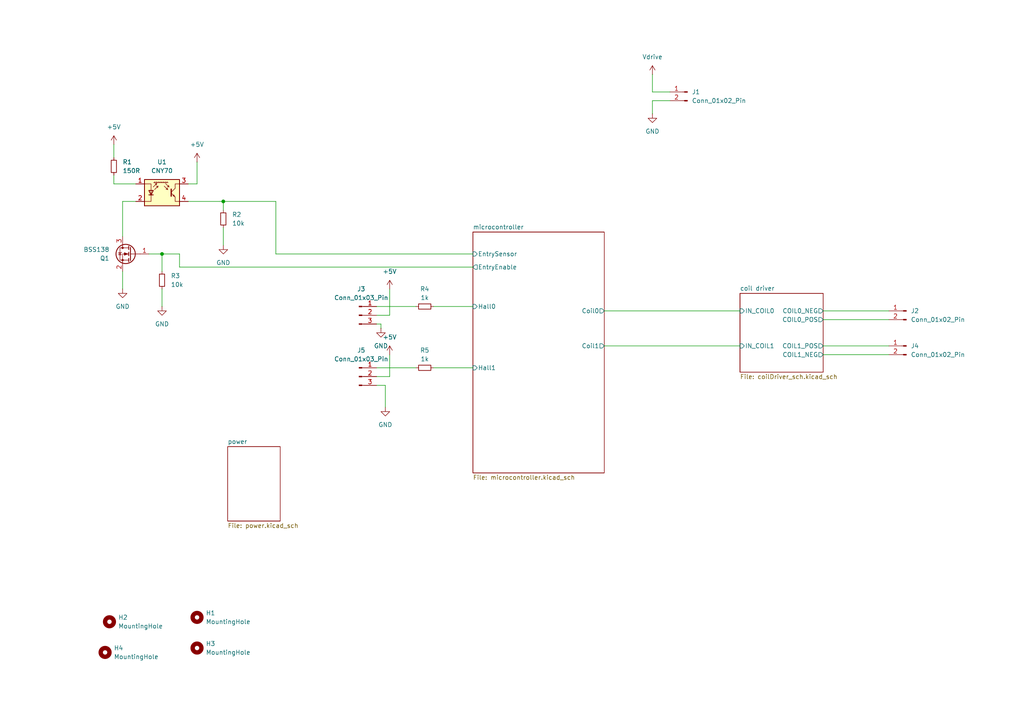
<source format=kicad_sch>
(kicad_sch
	(version 20250114)
	(generator "eeschema")
	(generator_version "9.0")
	(uuid "338fb3bb-e550-4c92-aa76-5d93a75fae71")
	(paper "A4")
	(lib_symbols
		(symbol "Connector:Conn_01x02_Pin"
			(pin_names
				(offset 1.016)
				(hide yes)
			)
			(exclude_from_sim no)
			(in_bom yes)
			(on_board yes)
			(property "Reference" "J"
				(at 0 2.54 0)
				(effects
					(font
						(size 1.27 1.27)
					)
				)
			)
			(property "Value" "Conn_01x02_Pin"
				(at 0 -5.08 0)
				(effects
					(font
						(size 1.27 1.27)
					)
				)
			)
			(property "Footprint" ""
				(at 0 0 0)
				(effects
					(font
						(size 1.27 1.27)
					)
					(hide yes)
				)
			)
			(property "Datasheet" "~"
				(at 0 0 0)
				(effects
					(font
						(size 1.27 1.27)
					)
					(hide yes)
				)
			)
			(property "Description" "Generic connector, single row, 01x02, script generated"
				(at 0 0 0)
				(effects
					(font
						(size 1.27 1.27)
					)
					(hide yes)
				)
			)
			(property "ki_locked" ""
				(at 0 0 0)
				(effects
					(font
						(size 1.27 1.27)
					)
				)
			)
			(property "ki_keywords" "connector"
				(at 0 0 0)
				(effects
					(font
						(size 1.27 1.27)
					)
					(hide yes)
				)
			)
			(property "ki_fp_filters" "Connector*:*_1x??_*"
				(at 0 0 0)
				(effects
					(font
						(size 1.27 1.27)
					)
					(hide yes)
				)
			)
			(symbol "Conn_01x02_Pin_1_1"
				(rectangle
					(start 0.8636 0.127)
					(end 0 -0.127)
					(stroke
						(width 0.1524)
						(type default)
					)
					(fill
						(type outline)
					)
				)
				(rectangle
					(start 0.8636 -2.413)
					(end 0 -2.667)
					(stroke
						(width 0.1524)
						(type default)
					)
					(fill
						(type outline)
					)
				)
				(polyline
					(pts
						(xy 1.27 0) (xy 0.8636 0)
					)
					(stroke
						(width 0.1524)
						(type default)
					)
					(fill
						(type none)
					)
				)
				(polyline
					(pts
						(xy 1.27 -2.54) (xy 0.8636 -2.54)
					)
					(stroke
						(width 0.1524)
						(type default)
					)
					(fill
						(type none)
					)
				)
				(pin passive line
					(at 5.08 0 180)
					(length 3.81)
					(name "Pin_1"
						(effects
							(font
								(size 1.27 1.27)
							)
						)
					)
					(number "1"
						(effects
							(font
								(size 1.27 1.27)
							)
						)
					)
				)
				(pin passive line
					(at 5.08 -2.54 180)
					(length 3.81)
					(name "Pin_2"
						(effects
							(font
								(size 1.27 1.27)
							)
						)
					)
					(number "2"
						(effects
							(font
								(size 1.27 1.27)
							)
						)
					)
				)
			)
			(embedded_fonts no)
		)
		(symbol "Connector:Conn_01x03_Pin"
			(pin_names
				(offset 1.016)
				(hide yes)
			)
			(exclude_from_sim no)
			(in_bom yes)
			(on_board yes)
			(property "Reference" "J"
				(at 0 5.08 0)
				(effects
					(font
						(size 1.27 1.27)
					)
				)
			)
			(property "Value" "Conn_01x03_Pin"
				(at 0 -5.08 0)
				(effects
					(font
						(size 1.27 1.27)
					)
				)
			)
			(property "Footprint" ""
				(at 0 0 0)
				(effects
					(font
						(size 1.27 1.27)
					)
					(hide yes)
				)
			)
			(property "Datasheet" "~"
				(at 0 0 0)
				(effects
					(font
						(size 1.27 1.27)
					)
					(hide yes)
				)
			)
			(property "Description" "Generic connector, single row, 01x03, script generated"
				(at 0 0 0)
				(effects
					(font
						(size 1.27 1.27)
					)
					(hide yes)
				)
			)
			(property "ki_locked" ""
				(at 0 0 0)
				(effects
					(font
						(size 1.27 1.27)
					)
				)
			)
			(property "ki_keywords" "connector"
				(at 0 0 0)
				(effects
					(font
						(size 1.27 1.27)
					)
					(hide yes)
				)
			)
			(property "ki_fp_filters" "Connector*:*_1x??_*"
				(at 0 0 0)
				(effects
					(font
						(size 1.27 1.27)
					)
					(hide yes)
				)
			)
			(symbol "Conn_01x03_Pin_1_1"
				(rectangle
					(start 0.8636 2.667)
					(end 0 2.413)
					(stroke
						(width 0.1524)
						(type default)
					)
					(fill
						(type outline)
					)
				)
				(rectangle
					(start 0.8636 0.127)
					(end 0 -0.127)
					(stroke
						(width 0.1524)
						(type default)
					)
					(fill
						(type outline)
					)
				)
				(rectangle
					(start 0.8636 -2.413)
					(end 0 -2.667)
					(stroke
						(width 0.1524)
						(type default)
					)
					(fill
						(type outline)
					)
				)
				(polyline
					(pts
						(xy 1.27 2.54) (xy 0.8636 2.54)
					)
					(stroke
						(width 0.1524)
						(type default)
					)
					(fill
						(type none)
					)
				)
				(polyline
					(pts
						(xy 1.27 0) (xy 0.8636 0)
					)
					(stroke
						(width 0.1524)
						(type default)
					)
					(fill
						(type none)
					)
				)
				(polyline
					(pts
						(xy 1.27 -2.54) (xy 0.8636 -2.54)
					)
					(stroke
						(width 0.1524)
						(type default)
					)
					(fill
						(type none)
					)
				)
				(pin passive line
					(at 5.08 2.54 180)
					(length 3.81)
					(name "Pin_1"
						(effects
							(font
								(size 1.27 1.27)
							)
						)
					)
					(number "1"
						(effects
							(font
								(size 1.27 1.27)
							)
						)
					)
				)
				(pin passive line
					(at 5.08 0 180)
					(length 3.81)
					(name "Pin_2"
						(effects
							(font
								(size 1.27 1.27)
							)
						)
					)
					(number "2"
						(effects
							(font
								(size 1.27 1.27)
							)
						)
					)
				)
				(pin passive line
					(at 5.08 -2.54 180)
					(length 3.81)
					(name "Pin_3"
						(effects
							(font
								(size 1.27 1.27)
							)
						)
					)
					(number "3"
						(effects
							(font
								(size 1.27 1.27)
							)
						)
					)
				)
			)
			(embedded_fonts no)
		)
		(symbol "Device:R_Small"
			(pin_numbers
				(hide yes)
			)
			(pin_names
				(offset 0.254)
				(hide yes)
			)
			(exclude_from_sim no)
			(in_bom yes)
			(on_board yes)
			(property "Reference" "R"
				(at 0.762 0.508 0)
				(effects
					(font
						(size 1.27 1.27)
					)
					(justify left)
				)
			)
			(property "Value" "R_Small"
				(at 0.762 -1.016 0)
				(effects
					(font
						(size 1.27 1.27)
					)
					(justify left)
				)
			)
			(property "Footprint" ""
				(at 0 0 0)
				(effects
					(font
						(size 1.27 1.27)
					)
					(hide yes)
				)
			)
			(property "Datasheet" "~"
				(at 0 0 0)
				(effects
					(font
						(size 1.27 1.27)
					)
					(hide yes)
				)
			)
			(property "Description" "Resistor, small symbol"
				(at 0 0 0)
				(effects
					(font
						(size 1.27 1.27)
					)
					(hide yes)
				)
			)
			(property "ki_keywords" "R resistor"
				(at 0 0 0)
				(effects
					(font
						(size 1.27 1.27)
					)
					(hide yes)
				)
			)
			(property "ki_fp_filters" "R_*"
				(at 0 0 0)
				(effects
					(font
						(size 1.27 1.27)
					)
					(hide yes)
				)
			)
			(symbol "R_Small_0_1"
				(rectangle
					(start -0.762 1.778)
					(end 0.762 -1.778)
					(stroke
						(width 0.2032)
						(type default)
					)
					(fill
						(type none)
					)
				)
			)
			(symbol "R_Small_1_1"
				(pin passive line
					(at 0 2.54 270)
					(length 0.762)
					(name "~"
						(effects
							(font
								(size 1.27 1.27)
							)
						)
					)
					(number "1"
						(effects
							(font
								(size 1.27 1.27)
							)
						)
					)
				)
				(pin passive line
					(at 0 -2.54 90)
					(length 0.762)
					(name "~"
						(effects
							(font
								(size 1.27 1.27)
							)
						)
					)
					(number "2"
						(effects
							(font
								(size 1.27 1.27)
							)
						)
					)
				)
			)
			(embedded_fonts no)
		)
		(symbol "Mechanical:MountingHole"
			(pin_names
				(offset 1.016)
			)
			(exclude_from_sim yes)
			(in_bom no)
			(on_board yes)
			(property "Reference" "H"
				(at 0 5.08 0)
				(effects
					(font
						(size 1.27 1.27)
					)
				)
			)
			(property "Value" "MountingHole"
				(at 0 3.175 0)
				(effects
					(font
						(size 1.27 1.27)
					)
				)
			)
			(property "Footprint" ""
				(at 0 0 0)
				(effects
					(font
						(size 1.27 1.27)
					)
					(hide yes)
				)
			)
			(property "Datasheet" "~"
				(at 0 0 0)
				(effects
					(font
						(size 1.27 1.27)
					)
					(hide yes)
				)
			)
			(property "Description" "Mounting Hole without connection"
				(at 0 0 0)
				(effects
					(font
						(size 1.27 1.27)
					)
					(hide yes)
				)
			)
			(property "ki_keywords" "mounting hole"
				(at 0 0 0)
				(effects
					(font
						(size 1.27 1.27)
					)
					(hide yes)
				)
			)
			(property "ki_fp_filters" "MountingHole*"
				(at 0 0 0)
				(effects
					(font
						(size 1.27 1.27)
					)
					(hide yes)
				)
			)
			(symbol "MountingHole_0_1"
				(circle
					(center 0 0)
					(radius 1.27)
					(stroke
						(width 1.27)
						(type default)
					)
					(fill
						(type none)
					)
				)
			)
			(embedded_fonts no)
		)
		(symbol "Sensor_Proximity:CNY70"
			(pin_names
				(offset 1.016)
				(hide yes)
			)
			(exclude_from_sim no)
			(in_bom yes)
			(on_board yes)
			(property "Reference" "U"
				(at -5.08 5.08 0)
				(effects
					(font
						(size 1.27 1.27)
					)
				)
			)
			(property "Value" "CNY70"
				(at 5.08 5.08 0)
				(effects
					(font
						(size 1.27 1.27)
					)
					(justify right)
				)
			)
			(property "Footprint" "OptoDevice:Vishay_CNY70"
				(at 0 -5.08 0)
				(effects
					(font
						(size 1.27 1.27)
					)
					(hide yes)
				)
			)
			(property "Datasheet" "https://www.vishay.com/docs/83751/cny70.pdf"
				(at 0 2.54 0)
				(effects
					(font
						(size 1.27 1.27)
					)
					(hide yes)
				)
			)
			(property "Description" "Reflective Optical Sensor with Transistor Output"
				(at 0 0 0)
				(effects
					(font
						(size 1.27 1.27)
					)
					(hide yes)
				)
			)
			(property "ki_keywords" "Reflective Optical Sensor Opto"
				(at 0 0 0)
				(effects
					(font
						(size 1.27 1.27)
					)
					(hide yes)
				)
			)
			(property "ki_fp_filters" "Vishay*CNY70*"
				(at 0 0 0)
				(effects
					(font
						(size 1.27 1.27)
					)
					(hide yes)
				)
			)
			(symbol "CNY70_0_1"
				(polyline
					(pts
						(xy -5.08 -2.54) (xy -3.175 -2.54) (xy -3.175 2.54) (xy -5.08 2.54)
					)
					(stroke
						(width 0)
						(type default)
					)
					(fill
						(type none)
					)
				)
				(polyline
					(pts
						(xy -5.08 -3.81) (xy 5.08 -3.81) (xy 5.08 3.81) (xy -5.08 3.81) (xy -5.08 -3.81)
					)
					(stroke
						(width 0.254)
						(type default)
					)
					(fill
						(type background)
					)
				)
				(polyline
					(pts
						(xy -3.81 -0.635) (xy -2.54 -0.635)
					)
					(stroke
						(width 0.254)
						(type default)
					)
					(fill
						(type none)
					)
				)
				(polyline
					(pts
						(xy -3.175 -0.635) (xy -3.81 0.635) (xy -2.54 0.635) (xy -3.175 -0.635)
					)
					(stroke
						(width 0.254)
						(type default)
					)
					(fill
						(type none)
					)
				)
				(polyline
					(pts
						(xy -2.54 1.651) (xy -1.524 2.667) (xy -2.032 2.54)
					)
					(stroke
						(width 0)
						(type default)
					)
					(fill
						(type none)
					)
				)
				(polyline
					(pts
						(xy -2.286 2.921) (xy -2.032 3.175)
					)
					(stroke
						(width 0)
						(type default)
					)
					(fill
						(type none)
					)
				)
				(polyline
					(pts
						(xy -2.159 0.889) (xy -1.143 1.905) (xy -1.651 1.778)
					)
					(stroke
						(width 0)
						(type default)
					)
					(fill
						(type none)
					)
				)
				(polyline
					(pts
						(xy -1.778 2.921) (xy -1.524 3.175)
					)
					(stroke
						(width 0)
						(type default)
					)
					(fill
						(type none)
					)
				)
				(polyline
					(pts
						(xy -1.524 2.667) (xy -1.651 2.159)
					)
					(stroke
						(width 0)
						(type default)
					)
					(fill
						(type none)
					)
				)
				(polyline
					(pts
						(xy -1.27 2.921) (xy -1.016 3.175)
					)
					(stroke
						(width 0)
						(type default)
					)
					(fill
						(type none)
					)
				)
				(polyline
					(pts
						(xy -1.143 1.905) (xy -1.27 1.397)
					)
					(stroke
						(width 0)
						(type default)
					)
					(fill
						(type none)
					)
				)
				(polyline
					(pts
						(xy -0.762 2.921) (xy -0.508 3.175)
					)
					(stroke
						(width 0)
						(type default)
					)
					(fill
						(type none)
					)
				)
				(polyline
					(pts
						(xy -0.254 2.921) (xy 0 3.175)
					)
					(stroke
						(width 0)
						(type default)
					)
					(fill
						(type none)
					)
				)
				(polyline
					(pts
						(xy 0.254 2.921) (xy 0.508 3.175)
					)
					(stroke
						(width 0)
						(type default)
					)
					(fill
						(type none)
					)
				)
				(polyline
					(pts
						(xy 0.635 1.905) (xy 1.651 0.889) (xy 1.524 1.397)
					)
					(stroke
						(width 0)
						(type default)
					)
					(fill
						(type none)
					)
				)
				(polyline
					(pts
						(xy 0.762 2.921) (xy 1.016 3.175)
					)
					(stroke
						(width 0)
						(type default)
					)
					(fill
						(type none)
					)
				)
				(polyline
					(pts
						(xy 1.016 2.667) (xy 2.032 1.651) (xy 1.905 2.159)
					)
					(stroke
						(width 0)
						(type default)
					)
					(fill
						(type none)
					)
				)
				(polyline
					(pts
						(xy 1.27 2.921) (xy 1.524 3.175)
					)
					(stroke
						(width 0)
						(type default)
					)
					(fill
						(type none)
					)
				)
				(polyline
					(pts
						(xy 1.651 0.889) (xy 1.143 1.016)
					)
					(stroke
						(width 0)
						(type default)
					)
					(fill
						(type none)
					)
				)
				(polyline
					(pts
						(xy 1.778 2.921) (xy -2.413 2.921)
					)
					(stroke
						(width 0)
						(type default)
					)
					(fill
						(type none)
					)
				)
				(polyline
					(pts
						(xy 2.032 1.651) (xy 1.524 1.778)
					)
					(stroke
						(width 0)
						(type default)
					)
					(fill
						(type none)
					)
				)
				(polyline
					(pts
						(xy 2.667 1.016) (xy 2.667 -1.016) (xy 2.667 -1.016)
					)
					(stroke
						(width 0.3556)
						(type default)
					)
					(fill
						(type none)
					)
				)
				(polyline
					(pts
						(xy 2.667 0.127) (xy 3.81 1.27)
					)
					(stroke
						(width 0)
						(type default)
					)
					(fill
						(type none)
					)
				)
				(polyline
					(pts
						(xy 2.667 -0.127) (xy 3.81 -1.27)
					)
					(stroke
						(width 0)
						(type default)
					)
					(fill
						(type none)
					)
				)
				(polyline
					(pts
						(xy 3.683 -1.143) (xy 3.429 -0.635) (xy 3.175 -0.889) (xy 3.683 -1.143)
					)
					(stroke
						(width 0)
						(type default)
					)
					(fill
						(type none)
					)
				)
				(polyline
					(pts
						(xy 3.81 1.27) (xy 3.81 2.54) (xy 5.08 2.54)
					)
					(stroke
						(width 0)
						(type default)
					)
					(fill
						(type none)
					)
				)
				(polyline
					(pts
						(xy 3.81 -1.27) (xy 3.81 -2.54) (xy 5.08 -2.54)
					)
					(stroke
						(width 0)
						(type default)
					)
					(fill
						(type none)
					)
				)
			)
			(symbol "CNY70_1_1"
				(pin passive line
					(at -7.62 2.54 0)
					(length 2.54)
					(name "A"
						(effects
							(font
								(size 1.27 1.27)
							)
						)
					)
					(number "1"
						(effects
							(font
								(size 1.27 1.27)
							)
						)
					)
				)
				(pin passive line
					(at -7.62 -2.54 0)
					(length 2.54)
					(name "K"
						(effects
							(font
								(size 1.27 1.27)
							)
						)
					)
					(number "2"
						(effects
							(font
								(size 1.27 1.27)
							)
						)
					)
				)
				(pin open_collector line
					(at 7.62 2.54 180)
					(length 2.54)
					(name "C"
						(effects
							(font
								(size 1.27 1.27)
							)
						)
					)
					(number "3"
						(effects
							(font
								(size 1.27 1.27)
							)
						)
					)
				)
				(pin open_emitter line
					(at 7.62 -2.54 180)
					(length 2.54)
					(name "E"
						(effects
							(font
								(size 1.27 1.27)
							)
						)
					)
					(number "4"
						(effects
							(font
								(size 1.27 1.27)
							)
						)
					)
				)
			)
			(embedded_fonts no)
		)
		(symbol "Transistor_FET:BSS138"
			(pin_names
				(hide yes)
			)
			(exclude_from_sim no)
			(in_bom yes)
			(on_board yes)
			(property "Reference" "Q"
				(at 5.08 1.905 0)
				(effects
					(font
						(size 1.27 1.27)
					)
					(justify left)
				)
			)
			(property "Value" "BSS138"
				(at 5.08 0 0)
				(effects
					(font
						(size 1.27 1.27)
					)
					(justify left)
				)
			)
			(property "Footprint" "Package_TO_SOT_SMD:SOT-23"
				(at 5.08 -1.905 0)
				(effects
					(font
						(size 1.27 1.27)
						(italic yes)
					)
					(justify left)
					(hide yes)
				)
			)
			(property "Datasheet" "https://www.onsemi.com/pub/Collateral/BSS138-D.PDF"
				(at 5.08 -3.81 0)
				(effects
					(font
						(size 1.27 1.27)
					)
					(justify left)
					(hide yes)
				)
			)
			(property "Description" "50V Vds, 0.22A Id, N-Channel MOSFET, SOT-23"
				(at 0 0 0)
				(effects
					(font
						(size 1.27 1.27)
					)
					(hide yes)
				)
			)
			(property "ki_keywords" "N-Channel MOSFET"
				(at 0 0 0)
				(effects
					(font
						(size 1.27 1.27)
					)
					(hide yes)
				)
			)
			(property "ki_fp_filters" "SOT?23*"
				(at 0 0 0)
				(effects
					(font
						(size 1.27 1.27)
					)
					(hide yes)
				)
			)
			(symbol "BSS138_0_1"
				(polyline
					(pts
						(xy 0.254 1.905) (xy 0.254 -1.905)
					)
					(stroke
						(width 0.254)
						(type default)
					)
					(fill
						(type none)
					)
				)
				(polyline
					(pts
						(xy 0.254 0) (xy -2.54 0)
					)
					(stroke
						(width 0)
						(type default)
					)
					(fill
						(type none)
					)
				)
				(polyline
					(pts
						(xy 0.762 2.286) (xy 0.762 1.27)
					)
					(stroke
						(width 0.254)
						(type default)
					)
					(fill
						(type none)
					)
				)
				(polyline
					(pts
						(xy 0.762 0.508) (xy 0.762 -0.508)
					)
					(stroke
						(width 0.254)
						(type default)
					)
					(fill
						(type none)
					)
				)
				(polyline
					(pts
						(xy 0.762 -1.27) (xy 0.762 -2.286)
					)
					(stroke
						(width 0.254)
						(type default)
					)
					(fill
						(type none)
					)
				)
				(polyline
					(pts
						(xy 0.762 -1.778) (xy 3.302 -1.778) (xy 3.302 1.778) (xy 0.762 1.778)
					)
					(stroke
						(width 0)
						(type default)
					)
					(fill
						(type none)
					)
				)
				(polyline
					(pts
						(xy 1.016 0) (xy 2.032 0.381) (xy 2.032 -0.381) (xy 1.016 0)
					)
					(stroke
						(width 0)
						(type default)
					)
					(fill
						(type outline)
					)
				)
				(circle
					(center 1.651 0)
					(radius 2.794)
					(stroke
						(width 0.254)
						(type default)
					)
					(fill
						(type none)
					)
				)
				(polyline
					(pts
						(xy 2.54 2.54) (xy 2.54 1.778)
					)
					(stroke
						(width 0)
						(type default)
					)
					(fill
						(type none)
					)
				)
				(circle
					(center 2.54 1.778)
					(radius 0.254)
					(stroke
						(width 0)
						(type default)
					)
					(fill
						(type outline)
					)
				)
				(circle
					(center 2.54 -1.778)
					(radius 0.254)
					(stroke
						(width 0)
						(type default)
					)
					(fill
						(type outline)
					)
				)
				(polyline
					(pts
						(xy 2.54 -2.54) (xy 2.54 0) (xy 0.762 0)
					)
					(stroke
						(width 0)
						(type default)
					)
					(fill
						(type none)
					)
				)
				(polyline
					(pts
						(xy 2.794 0.508) (xy 2.921 0.381) (xy 3.683 0.381) (xy 3.81 0.254)
					)
					(stroke
						(width 0)
						(type default)
					)
					(fill
						(type none)
					)
				)
				(polyline
					(pts
						(xy 3.302 0.381) (xy 2.921 -0.254) (xy 3.683 -0.254) (xy 3.302 0.381)
					)
					(stroke
						(width 0)
						(type default)
					)
					(fill
						(type none)
					)
				)
			)
			(symbol "BSS138_1_1"
				(pin input line
					(at -5.08 0 0)
					(length 2.54)
					(name "G"
						(effects
							(font
								(size 1.27 1.27)
							)
						)
					)
					(number "1"
						(effects
							(font
								(size 1.27 1.27)
							)
						)
					)
				)
				(pin passive line
					(at 2.54 5.08 270)
					(length 2.54)
					(name "D"
						(effects
							(font
								(size 1.27 1.27)
							)
						)
					)
					(number "3"
						(effects
							(font
								(size 1.27 1.27)
							)
						)
					)
				)
				(pin passive line
					(at 2.54 -5.08 90)
					(length 2.54)
					(name "S"
						(effects
							(font
								(size 1.27 1.27)
							)
						)
					)
					(number "2"
						(effects
							(font
								(size 1.27 1.27)
							)
						)
					)
				)
			)
			(embedded_fonts no)
		)
		(symbol "power:+5V"
			(power)
			(pin_numbers
				(hide yes)
			)
			(pin_names
				(offset 0)
				(hide yes)
			)
			(exclude_from_sim no)
			(in_bom yes)
			(on_board yes)
			(property "Reference" "#PWR"
				(at 0 -3.81 0)
				(effects
					(font
						(size 1.27 1.27)
					)
					(hide yes)
				)
			)
			(property "Value" "+5V"
				(at 0 3.556 0)
				(effects
					(font
						(size 1.27 1.27)
					)
				)
			)
			(property "Footprint" ""
				(at 0 0 0)
				(effects
					(font
						(size 1.27 1.27)
					)
					(hide yes)
				)
			)
			(property "Datasheet" ""
				(at 0 0 0)
				(effects
					(font
						(size 1.27 1.27)
					)
					(hide yes)
				)
			)
			(property "Description" "Power symbol creates a global label with name \"+5V\""
				(at 0 0 0)
				(effects
					(font
						(size 1.27 1.27)
					)
					(hide yes)
				)
			)
			(property "ki_keywords" "global power"
				(at 0 0 0)
				(effects
					(font
						(size 1.27 1.27)
					)
					(hide yes)
				)
			)
			(symbol "+5V_0_1"
				(polyline
					(pts
						(xy -0.762 1.27) (xy 0 2.54)
					)
					(stroke
						(width 0)
						(type default)
					)
					(fill
						(type none)
					)
				)
				(polyline
					(pts
						(xy 0 2.54) (xy 0.762 1.27)
					)
					(stroke
						(width 0)
						(type default)
					)
					(fill
						(type none)
					)
				)
				(polyline
					(pts
						(xy 0 0) (xy 0 2.54)
					)
					(stroke
						(width 0)
						(type default)
					)
					(fill
						(type none)
					)
				)
			)
			(symbol "+5V_1_1"
				(pin power_in line
					(at 0 0 90)
					(length 0)
					(name "~"
						(effects
							(font
								(size 1.27 1.27)
							)
						)
					)
					(number "1"
						(effects
							(font
								(size 1.27 1.27)
							)
						)
					)
				)
			)
			(embedded_fonts no)
		)
		(symbol "power:GND"
			(power)
			(pin_numbers
				(hide yes)
			)
			(pin_names
				(offset 0)
				(hide yes)
			)
			(exclude_from_sim no)
			(in_bom yes)
			(on_board yes)
			(property "Reference" "#PWR"
				(at 0 -6.35 0)
				(effects
					(font
						(size 1.27 1.27)
					)
					(hide yes)
				)
			)
			(property "Value" "GND"
				(at 0 -3.81 0)
				(effects
					(font
						(size 1.27 1.27)
					)
				)
			)
			(property "Footprint" ""
				(at 0 0 0)
				(effects
					(font
						(size 1.27 1.27)
					)
					(hide yes)
				)
			)
			(property "Datasheet" ""
				(at 0 0 0)
				(effects
					(font
						(size 1.27 1.27)
					)
					(hide yes)
				)
			)
			(property "Description" "Power symbol creates a global label with name \"GND\" , ground"
				(at 0 0 0)
				(effects
					(font
						(size 1.27 1.27)
					)
					(hide yes)
				)
			)
			(property "ki_keywords" "global power"
				(at 0 0 0)
				(effects
					(font
						(size 1.27 1.27)
					)
					(hide yes)
				)
			)
			(symbol "GND_0_1"
				(polyline
					(pts
						(xy 0 0) (xy 0 -1.27) (xy 1.27 -1.27) (xy 0 -2.54) (xy -1.27 -1.27) (xy 0 -1.27)
					)
					(stroke
						(width 0)
						(type default)
					)
					(fill
						(type none)
					)
				)
			)
			(symbol "GND_1_1"
				(pin power_in line
					(at 0 0 270)
					(length 0)
					(name "~"
						(effects
							(font
								(size 1.27 1.27)
							)
						)
					)
					(number "1"
						(effects
							(font
								(size 1.27 1.27)
							)
						)
					)
				)
			)
			(embedded_fonts no)
		)
		(symbol "power:Vdrive"
			(power)
			(pin_numbers
				(hide yes)
			)
			(pin_names
				(offset 0)
				(hide yes)
			)
			(exclude_from_sim no)
			(in_bom yes)
			(on_board yes)
			(property "Reference" "#PWR"
				(at 0 -3.81 0)
				(effects
					(font
						(size 1.27 1.27)
					)
					(hide yes)
				)
			)
			(property "Value" "Vdrive"
				(at 0 3.556 0)
				(effects
					(font
						(size 1.27 1.27)
					)
				)
			)
			(property "Footprint" ""
				(at 0 0 0)
				(effects
					(font
						(size 1.27 1.27)
					)
					(hide yes)
				)
			)
			(property "Datasheet" ""
				(at 0 0 0)
				(effects
					(font
						(size 1.27 1.27)
					)
					(hide yes)
				)
			)
			(property "Description" "Power symbol creates a global label with name \"Vdrive\""
				(at 0 0 0)
				(effects
					(font
						(size 1.27 1.27)
					)
					(hide yes)
				)
			)
			(property "ki_keywords" "global power"
				(at 0 0 0)
				(effects
					(font
						(size 1.27 1.27)
					)
					(hide yes)
				)
			)
			(symbol "Vdrive_0_1"
				(polyline
					(pts
						(xy -0.762 1.27) (xy 0 2.54)
					)
					(stroke
						(width 0)
						(type default)
					)
					(fill
						(type none)
					)
				)
				(polyline
					(pts
						(xy 0 2.54) (xy 0.762 1.27)
					)
					(stroke
						(width 0)
						(type default)
					)
					(fill
						(type none)
					)
				)
				(polyline
					(pts
						(xy 0 0) (xy 0 2.54)
					)
					(stroke
						(width 0)
						(type default)
					)
					(fill
						(type none)
					)
				)
			)
			(symbol "Vdrive_1_1"
				(pin power_in line
					(at 0 0 90)
					(length 0)
					(name "~"
						(effects
							(font
								(size 1.27 1.27)
							)
						)
					)
					(number "1"
						(effects
							(font
								(size 1.27 1.27)
							)
						)
					)
				)
			)
			(embedded_fonts no)
		)
	)
	(junction
		(at 64.77 58.42)
		(diameter 0)
		(color 0 0 0 0)
		(uuid "4940a6e3-71fa-497e-8bd5-79f6a45349bc")
	)
	(junction
		(at 46.99 73.66)
		(diameter 0)
		(color 0 0 0 0)
		(uuid "ec0aee6c-0a75-43a5-9ea9-ce5b6b51dd71")
	)
	(wire
		(pts
			(xy 113.03 109.22) (xy 113.03 102.87)
		)
		(stroke
			(width 0)
			(type default)
		)
		(uuid "027da635-8f0b-4836-a7ca-a4726f47f4fe")
	)
	(wire
		(pts
			(xy 109.22 111.76) (xy 111.76 111.76)
		)
		(stroke
			(width 0)
			(type default)
		)
		(uuid "0557ddac-9b34-46a4-8652-e97bad4b3c72")
	)
	(wire
		(pts
			(xy 109.22 106.68) (xy 120.65 106.68)
		)
		(stroke
			(width 0)
			(type default)
		)
		(uuid "0751ae97-96da-47e6-9532-fd1f91577153")
	)
	(wire
		(pts
			(xy 54.61 58.42) (xy 64.77 58.42)
		)
		(stroke
			(width 0)
			(type default)
		)
		(uuid "0c8dd0a8-a006-41f7-94a9-f56141e42a00")
	)
	(wire
		(pts
			(xy 194.31 29.21) (xy 189.23 29.21)
		)
		(stroke
			(width 0)
			(type default)
		)
		(uuid "17a4426d-e226-448e-9353-77f1e65d22f8")
	)
	(wire
		(pts
			(xy 46.99 88.9) (xy 46.99 83.82)
		)
		(stroke
			(width 0)
			(type default)
		)
		(uuid "18efe2bc-16f2-493a-b684-9f92b27ae059")
	)
	(wire
		(pts
			(xy 54.61 53.34) (xy 57.15 53.34)
		)
		(stroke
			(width 0)
			(type default)
		)
		(uuid "2b4d4862-1e97-45bc-8893-16062d32ddba")
	)
	(wire
		(pts
			(xy 238.76 90.17) (xy 257.81 90.17)
		)
		(stroke
			(width 0)
			(type default)
		)
		(uuid "2d29ab8d-fc90-4309-a71c-69e8fb49742b")
	)
	(wire
		(pts
			(xy 189.23 29.21) (xy 189.23 33.02)
		)
		(stroke
			(width 0)
			(type default)
		)
		(uuid "2ef762fe-4bc9-4972-9597-d2e13bf50cd5")
	)
	(wire
		(pts
			(xy 109.22 109.22) (xy 113.03 109.22)
		)
		(stroke
			(width 0)
			(type default)
		)
		(uuid "338a656a-0048-4000-a8e3-a61f2a8c5803")
	)
	(wire
		(pts
			(xy 189.23 26.67) (xy 189.23 21.59)
		)
		(stroke
			(width 0)
			(type default)
		)
		(uuid "3b663ff5-6bf7-4a1c-a359-6976d66e5239")
	)
	(wire
		(pts
			(xy 238.76 100.33) (xy 257.81 100.33)
		)
		(stroke
			(width 0)
			(type default)
		)
		(uuid "3c1eed75-dc13-4b72-b5b3-5de422d0c178")
	)
	(wire
		(pts
			(xy 175.26 100.33) (xy 214.63 100.33)
		)
		(stroke
			(width 0)
			(type default)
		)
		(uuid "3deaa706-403c-4090-a458-9f0300a9ae2b")
	)
	(wire
		(pts
			(xy 52.07 73.66) (xy 46.99 73.66)
		)
		(stroke
			(width 0)
			(type default)
		)
		(uuid "40407c98-fa2f-4237-84a6-6d0c9e9894cf")
	)
	(wire
		(pts
			(xy 64.77 66.04) (xy 64.77 71.12)
		)
		(stroke
			(width 0)
			(type default)
		)
		(uuid "549183eb-2cc8-4020-bb32-eaec19cb5f9b")
	)
	(wire
		(pts
			(xy 46.99 73.66) (xy 43.18 73.66)
		)
		(stroke
			(width 0)
			(type default)
		)
		(uuid "5e105cc6-092e-46ae-b7ab-97a676703730")
	)
	(wire
		(pts
			(xy 52.07 77.47) (xy 52.07 73.66)
		)
		(stroke
			(width 0)
			(type default)
		)
		(uuid "684ddc13-651c-4fdb-9c2f-3c3e701815d6")
	)
	(wire
		(pts
			(xy 46.99 78.74) (xy 46.99 73.66)
		)
		(stroke
			(width 0)
			(type default)
		)
		(uuid "6bf92d7f-44af-4c61-a8ff-7470a64e137c")
	)
	(wire
		(pts
			(xy 110.49 93.98) (xy 110.49 95.25)
		)
		(stroke
			(width 0)
			(type default)
		)
		(uuid "6cfb8a93-a34b-44da-a134-d1c56409359a")
	)
	(wire
		(pts
			(xy 33.02 45.72) (xy 33.02 41.91)
		)
		(stroke
			(width 0)
			(type default)
		)
		(uuid "6d4a26f8-7e5a-4267-846c-741593021962")
	)
	(wire
		(pts
			(xy 33.02 53.34) (xy 33.02 50.8)
		)
		(stroke
			(width 0)
			(type default)
		)
		(uuid "76fe3f7e-fbc3-4e7c-836a-7557dc824903")
	)
	(wire
		(pts
			(xy 125.73 88.9) (xy 137.16 88.9)
		)
		(stroke
			(width 0)
			(type default)
		)
		(uuid "7cab678d-db02-49db-b511-dcb76e6e3914")
	)
	(wire
		(pts
			(xy 80.01 58.42) (xy 64.77 58.42)
		)
		(stroke
			(width 0)
			(type default)
		)
		(uuid "8417babd-b8c2-480b-8f4f-c5b754881d04")
	)
	(wire
		(pts
			(xy 64.77 58.42) (xy 64.77 60.96)
		)
		(stroke
			(width 0)
			(type default)
		)
		(uuid "868d0be3-e96b-43ef-9040-248d0c0522a2")
	)
	(wire
		(pts
			(xy 35.56 68.58) (xy 35.56 58.42)
		)
		(stroke
			(width 0)
			(type default)
		)
		(uuid "8c4e773d-2734-4cb0-8435-44f54183e92b")
	)
	(wire
		(pts
			(xy 109.22 91.44) (xy 113.03 91.44)
		)
		(stroke
			(width 0)
			(type default)
		)
		(uuid "99296576-d924-43dd-b078-47e9368444b5")
	)
	(wire
		(pts
			(xy 194.31 26.67) (xy 189.23 26.67)
		)
		(stroke
			(width 0)
			(type default)
		)
		(uuid "99f397fc-80e1-494b-b394-37bdf9efd2e7")
	)
	(wire
		(pts
			(xy 109.22 88.9) (xy 120.65 88.9)
		)
		(stroke
			(width 0)
			(type default)
		)
		(uuid "9dd6122e-6bce-43eb-bc9b-78a8092b8c34")
	)
	(wire
		(pts
			(xy 39.37 53.34) (xy 33.02 53.34)
		)
		(stroke
			(width 0)
			(type default)
		)
		(uuid "9f7a6312-40be-42d8-9a47-38676d43405a")
	)
	(wire
		(pts
			(xy 238.76 102.87) (xy 257.81 102.87)
		)
		(stroke
			(width 0)
			(type default)
		)
		(uuid "a275c00d-7ad6-44bb-91a2-be02cb5f5038")
	)
	(wire
		(pts
			(xy 137.16 73.66) (xy 80.01 73.66)
		)
		(stroke
			(width 0)
			(type default)
		)
		(uuid "a3aa17ba-dfdb-4adb-abcd-c84d81f153d3")
	)
	(wire
		(pts
			(xy 175.26 90.17) (xy 214.63 90.17)
		)
		(stroke
			(width 0)
			(type default)
		)
		(uuid "a6812611-1b0a-463c-a5ea-e9e17f24ad6e")
	)
	(wire
		(pts
			(xy 111.76 111.76) (xy 111.76 118.11)
		)
		(stroke
			(width 0)
			(type default)
		)
		(uuid "a78c53e1-f51f-4f76-9a23-37a7ce0217a2")
	)
	(wire
		(pts
			(xy 238.76 92.71) (xy 257.81 92.71)
		)
		(stroke
			(width 0)
			(type default)
		)
		(uuid "b3e75b43-2ae5-4e06-a844-ed598fd3a717")
	)
	(wire
		(pts
			(xy 125.73 106.68) (xy 137.16 106.68)
		)
		(stroke
			(width 0)
			(type default)
		)
		(uuid "b6ca1407-cd78-4298-9d2a-883420a35986")
	)
	(wire
		(pts
			(xy 57.15 53.34) (xy 57.15 46.99)
		)
		(stroke
			(width 0)
			(type default)
		)
		(uuid "bfdb0e3a-dd42-44ae-a30f-d828d56592fa")
	)
	(wire
		(pts
			(xy 80.01 73.66) (xy 80.01 58.42)
		)
		(stroke
			(width 0)
			(type default)
		)
		(uuid "c51e1bff-9541-48f7-96bf-9584e922bfd2")
	)
	(wire
		(pts
			(xy 113.03 91.44) (xy 113.03 83.82)
		)
		(stroke
			(width 0)
			(type default)
		)
		(uuid "c7e448db-b355-4d77-9152-c0ae8e9b419e")
	)
	(wire
		(pts
			(xy 137.16 77.47) (xy 52.07 77.47)
		)
		(stroke
			(width 0)
			(type default)
		)
		(uuid "cb95b9ad-b702-4598-b4aa-373adeaf9145")
	)
	(wire
		(pts
			(xy 35.56 83.82) (xy 35.56 78.74)
		)
		(stroke
			(width 0)
			(type default)
		)
		(uuid "deec01bc-e3c3-4d99-b4b8-e2d70fd69e50")
	)
	(wire
		(pts
			(xy 35.56 58.42) (xy 39.37 58.42)
		)
		(stroke
			(width 0)
			(type default)
		)
		(uuid "e915e8a2-eed9-4c8f-9809-eb2f5c64214b")
	)
	(wire
		(pts
			(xy 109.22 93.98) (xy 110.49 93.98)
		)
		(stroke
			(width 0)
			(type default)
		)
		(uuid "fe9b38c2-d346-4bb3-b8a0-11e7d50b74f5")
	)
	(symbol
		(lib_id "power:GND")
		(at 110.49 95.25 0)
		(unit 1)
		(exclude_from_sim no)
		(in_bom yes)
		(on_board yes)
		(dnp no)
		(fields_autoplaced yes)
		(uuid "0aa9b64d-8d5b-4ede-97f9-145e48f686bf")
		(property "Reference" "#PWR09"
			(at 110.49 101.6 0)
			(effects
				(font
					(size 1.27 1.27)
				)
				(hide yes)
			)
		)
		(property "Value" "GND"
			(at 110.49 100.33 0)
			(effects
				(font
					(size 1.27 1.27)
				)
			)
		)
		(property "Footprint" ""
			(at 110.49 95.25 0)
			(effects
				(font
					(size 1.27 1.27)
				)
				(hide yes)
			)
		)
		(property "Datasheet" ""
			(at 110.49 95.25 0)
			(effects
				(font
					(size 1.27 1.27)
				)
				(hide yes)
			)
		)
		(property "Description" "Power symbol creates a global label with name \"GND\" , ground"
			(at 110.49 95.25 0)
			(effects
				(font
					(size 1.27 1.27)
				)
				(hide yes)
			)
		)
		(pin "1"
			(uuid "1ff2053a-d19b-4c54-8574-ac5a4849f403")
		)
		(instances
			(project "marble_accelerator"
				(path "/338fb3bb-e550-4c92-aa76-5d93a75fae71"
					(reference "#PWR09")
					(unit 1)
				)
			)
		)
	)
	(symbol
		(lib_id "power:Vdrive")
		(at 189.23 21.59 0)
		(unit 1)
		(exclude_from_sim no)
		(in_bom yes)
		(on_board yes)
		(dnp no)
		(fields_autoplaced yes)
		(uuid "240645c5-9778-4552-afc2-9f441e7970db")
		(property "Reference" "#PWR01"
			(at 189.23 25.4 0)
			(effects
				(font
					(size 1.27 1.27)
				)
				(hide yes)
			)
		)
		(property "Value" "Vdrive"
			(at 189.23 16.51 0)
			(effects
				(font
					(size 1.27 1.27)
				)
			)
		)
		(property "Footprint" ""
			(at 189.23 21.59 0)
			(effects
				(font
					(size 1.27 1.27)
				)
				(hide yes)
			)
		)
		(property "Datasheet" ""
			(at 189.23 21.59 0)
			(effects
				(font
					(size 1.27 1.27)
				)
				(hide yes)
			)
		)
		(property "Description" "Power symbol creates a global label with name \"Vdrive\""
			(at 189.23 21.59 0)
			(effects
				(font
					(size 1.27 1.27)
				)
				(hide yes)
			)
		)
		(pin "1"
			(uuid "b18f0190-191c-4274-9359-752dbbe0eede")
		)
		(instances
			(project "marble_accelerator"
				(path "/338fb3bb-e550-4c92-aa76-5d93a75fae71"
					(reference "#PWR01")
					(unit 1)
				)
			)
		)
	)
	(symbol
		(lib_id "Connector:Conn_01x03_Pin")
		(at 104.14 109.22 0)
		(unit 1)
		(exclude_from_sim no)
		(in_bom yes)
		(on_board yes)
		(dnp no)
		(fields_autoplaced yes)
		(uuid "27284d86-6d4e-4592-9adf-deff340be2ce")
		(property "Reference" "J5"
			(at 104.775 101.6 0)
			(effects
				(font
					(size 1.27 1.27)
				)
			)
		)
		(property "Value" "Conn_01x03_Pin"
			(at 104.775 104.14 0)
			(effects
				(font
					(size 1.27 1.27)
				)
			)
		)
		(property "Footprint" "Connector_JST:JST_XH_B3B-XH-A_1x03_P2.50mm_Vertical"
			(at 104.14 109.22 0)
			(effects
				(font
					(size 1.27 1.27)
				)
				(hide yes)
			)
		)
		(property "Datasheet" "~"
			(at 104.14 109.22 0)
			(effects
				(font
					(size 1.27 1.27)
				)
				(hide yes)
			)
		)
		(property "Description" "Generic connector, single row, 01x03, script generated"
			(at 104.14 109.22 0)
			(effects
				(font
					(size 1.27 1.27)
				)
				(hide yes)
			)
		)
		(pin "1"
			(uuid "4286c29a-6f0d-496a-87a3-0662630e809a")
		)
		(pin "3"
			(uuid "c628c868-cf01-4e53-a91a-6db0a6108766")
		)
		(pin "2"
			(uuid "d753be5a-3dcc-47fa-8b60-4babac39efdf")
		)
		(instances
			(project ""
				(path "/338fb3bb-e550-4c92-aa76-5d93a75fae71"
					(reference "J5")
					(unit 1)
				)
			)
		)
	)
	(symbol
		(lib_id "Mechanical:MountingHole")
		(at 57.15 179.07 0)
		(unit 1)
		(exclude_from_sim yes)
		(in_bom no)
		(on_board yes)
		(dnp no)
		(fields_autoplaced yes)
		(uuid "2af00b38-2a4f-47aa-82a6-79c8f1a97d49")
		(property "Reference" "H1"
			(at 59.69 177.7999 0)
			(effects
				(font
					(size 1.27 1.27)
				)
				(justify left)
			)
		)
		(property "Value" "MountingHole"
			(at 59.69 180.3399 0)
			(effects
				(font
					(size 1.27 1.27)
				)
				(justify left)
			)
		)
		(property "Footprint" "MountingHole:MountingHole_3.2mm_M3"
			(at 57.15 179.07 0)
			(effects
				(font
					(size 1.27 1.27)
				)
				(hide yes)
			)
		)
		(property "Datasheet" "~"
			(at 57.15 179.07 0)
			(effects
				(font
					(size 1.27 1.27)
				)
				(hide yes)
			)
		)
		(property "Description" "Mounting Hole without connection"
			(at 57.15 179.07 0)
			(effects
				(font
					(size 1.27 1.27)
				)
				(hide yes)
			)
		)
		(instances
			(project "marble_accelerator"
				(path "/338fb3bb-e550-4c92-aa76-5d93a75fae71"
					(reference "H1")
					(unit 1)
				)
			)
		)
	)
	(symbol
		(lib_id "Device:R_Small")
		(at 123.19 106.68 90)
		(unit 1)
		(exclude_from_sim no)
		(in_bom yes)
		(on_board yes)
		(dnp no)
		(fields_autoplaced yes)
		(uuid "2bad5934-f5c9-480a-ab06-1318c7865878")
		(property "Reference" "R5"
			(at 123.19 101.6 90)
			(effects
				(font
					(size 1.27 1.27)
				)
			)
		)
		(property "Value" "1k"
			(at 123.19 104.14 90)
			(effects
				(font
					(size 1.27 1.27)
				)
			)
		)
		(property "Footprint" "Capacitor_SMD:C_0603_1608Metric_Pad1.08x0.95mm_HandSolder"
			(at 123.19 106.68 0)
			(effects
				(font
					(size 1.27 1.27)
				)
				(hide yes)
			)
		)
		(property "Datasheet" "~"
			(at 123.19 106.68 0)
			(effects
				(font
					(size 1.27 1.27)
				)
				(hide yes)
			)
		)
		(property "Description" "Resistor, small symbol"
			(at 123.19 106.68 0)
			(effects
				(font
					(size 1.27 1.27)
				)
				(hide yes)
			)
		)
		(pin "2"
			(uuid "6982d6e3-af75-423a-9da1-2c24881a42bb")
		)
		(pin "1"
			(uuid "e185cc76-6d69-457a-9375-af27e40e7b15")
		)
		(instances
			(project "marble_accelerator"
				(path "/338fb3bb-e550-4c92-aa76-5d93a75fae71"
					(reference "R5")
					(unit 1)
				)
			)
		)
	)
	(symbol
		(lib_id "Connector:Conn_01x03_Pin")
		(at 104.14 91.44 0)
		(unit 1)
		(exclude_from_sim no)
		(in_bom yes)
		(on_board yes)
		(dnp no)
		(fields_autoplaced yes)
		(uuid "2e94e605-ed76-443e-891d-dc2a12335167")
		(property "Reference" "J3"
			(at 104.775 83.82 0)
			(effects
				(font
					(size 1.27 1.27)
				)
			)
		)
		(property "Value" "Conn_01x03_Pin"
			(at 104.775 86.36 0)
			(effects
				(font
					(size 1.27 1.27)
				)
			)
		)
		(property "Footprint" "Connector_JST:JST_XH_B3B-XH-A_1x03_P2.50mm_Vertical"
			(at 104.14 91.44 0)
			(effects
				(font
					(size 1.27 1.27)
				)
				(hide yes)
			)
		)
		(property "Datasheet" "~"
			(at 104.14 91.44 0)
			(effects
				(font
					(size 1.27 1.27)
				)
				(hide yes)
			)
		)
		(property "Description" "Generic connector, single row, 01x03, script generated"
			(at 104.14 91.44 0)
			(effects
				(font
					(size 1.27 1.27)
				)
				(hide yes)
			)
		)
		(pin "3"
			(uuid "1fe67162-9d50-4342-a61c-0d08e830341c")
		)
		(pin "2"
			(uuid "eb96a1f3-237d-42c6-bb95-bfb9e67f413e")
		)
		(pin "1"
			(uuid "503ee987-4db9-4b5b-b62c-e7bcdfac9abc")
		)
		(instances
			(project ""
				(path "/338fb3bb-e550-4c92-aa76-5d93a75fae71"
					(reference "J3")
					(unit 1)
				)
			)
		)
	)
	(symbol
		(lib_id "Mechanical:MountingHole")
		(at 31.75 180.34 0)
		(unit 1)
		(exclude_from_sim yes)
		(in_bom no)
		(on_board yes)
		(dnp no)
		(fields_autoplaced yes)
		(uuid "5c23e895-0092-48cd-9935-5590adaa5a09")
		(property "Reference" "H2"
			(at 34.29 179.0699 0)
			(effects
				(font
					(size 1.27 1.27)
				)
				(justify left)
			)
		)
		(property "Value" "MountingHole"
			(at 34.29 181.6099 0)
			(effects
				(font
					(size 1.27 1.27)
				)
				(justify left)
			)
		)
		(property "Footprint" "MountingHole:MountingHole_3.2mm_M3"
			(at 31.75 180.34 0)
			(effects
				(font
					(size 1.27 1.27)
				)
				(hide yes)
			)
		)
		(property "Datasheet" "~"
			(at 31.75 180.34 0)
			(effects
				(font
					(size 1.27 1.27)
				)
				(hide yes)
			)
		)
		(property "Description" "Mounting Hole without connection"
			(at 31.75 180.34 0)
			(effects
				(font
					(size 1.27 1.27)
				)
				(hide yes)
			)
		)
		(instances
			(project ""
				(path "/338fb3bb-e550-4c92-aa76-5d93a75fae71"
					(reference "H2")
					(unit 1)
				)
			)
		)
	)
	(symbol
		(lib_id "Connector:Conn_01x02_Pin")
		(at 262.89 100.33 0)
		(mirror y)
		(unit 1)
		(exclude_from_sim no)
		(in_bom yes)
		(on_board yes)
		(dnp no)
		(fields_autoplaced yes)
		(uuid "703cec33-6ed4-43e0-ab27-d9dcd563de32")
		(property "Reference" "J4"
			(at 264.16 100.3299 0)
			(effects
				(font
					(size 1.27 1.27)
				)
				(justify right)
			)
		)
		(property "Value" "Conn_01x02_Pin"
			(at 264.16 102.8699 0)
			(effects
				(font
					(size 1.27 1.27)
				)
				(justify right)
			)
		)
		(property "Footprint" "TerminalBlock_MetzConnect:TerminalBlock_MetzConnect_Type059_RT06302HBWC_1x02_P3.50mm_Horizontal"
			(at 262.89 100.33 0)
			(effects
				(font
					(size 1.27 1.27)
				)
				(hide yes)
			)
		)
		(property "Datasheet" "~"
			(at 262.89 100.33 0)
			(effects
				(font
					(size 1.27 1.27)
				)
				(hide yes)
			)
		)
		(property "Description" "Generic connector, single row, 01x02, script generated"
			(at 262.89 100.33 0)
			(effects
				(font
					(size 1.27 1.27)
				)
				(hide yes)
			)
		)
		(pin "1"
			(uuid "4ba91ffc-0d0b-4f1a-8555-81d1a626d128")
		)
		(pin "2"
			(uuid "340a55c1-fa57-482c-a4f7-b2f1f3b68617")
		)
		(instances
			(project "marble_accelerator"
				(path "/338fb3bb-e550-4c92-aa76-5d93a75fae71"
					(reference "J4")
					(unit 1)
				)
			)
		)
	)
	(symbol
		(lib_id "Device:R_Small")
		(at 64.77 63.5 0)
		(unit 1)
		(exclude_from_sim no)
		(in_bom yes)
		(on_board yes)
		(dnp no)
		(fields_autoplaced yes)
		(uuid "7468e4dc-f1f4-43c9-8956-2ad700789fae")
		(property "Reference" "R2"
			(at 67.31 62.2299 0)
			(effects
				(font
					(size 1.27 1.27)
				)
				(justify left)
			)
		)
		(property "Value" "10k"
			(at 67.31 64.7699 0)
			(effects
				(font
					(size 1.27 1.27)
				)
				(justify left)
			)
		)
		(property "Footprint" "Capacitor_SMD:C_0603_1608Metric_Pad1.08x0.95mm_HandSolder"
			(at 64.77 63.5 0)
			(effects
				(font
					(size 1.27 1.27)
				)
				(hide yes)
			)
		)
		(property "Datasheet" "~"
			(at 64.77 63.5 0)
			(effects
				(font
					(size 1.27 1.27)
				)
				(hide yes)
			)
		)
		(property "Description" "Resistor, small symbol"
			(at 64.77 63.5 0)
			(effects
				(font
					(size 1.27 1.27)
				)
				(hide yes)
			)
		)
		(pin "2"
			(uuid "57a6da29-9774-4e68-a8c0-30ea7736b0ed")
		)
		(pin "1"
			(uuid "ed540dd2-009d-4af7-9810-df7930d7ed70")
		)
		(instances
			(project "marble_accelerator"
				(path "/338fb3bb-e550-4c92-aa76-5d93a75fae71"
					(reference "R2")
					(unit 1)
				)
			)
		)
	)
	(symbol
		(lib_id "Sensor_Proximity:CNY70")
		(at 46.99 55.88 0)
		(unit 1)
		(exclude_from_sim no)
		(in_bom yes)
		(on_board yes)
		(dnp no)
		(fields_autoplaced yes)
		(uuid "780eea42-93a0-47b5-afeb-6ba2a3d46b53")
		(property "Reference" "U1"
			(at 46.99 46.99 0)
			(effects
				(font
					(size 1.27 1.27)
				)
			)
		)
		(property "Value" "CNY70"
			(at 46.99 49.53 0)
			(effects
				(font
					(size 1.27 1.27)
				)
			)
		)
		(property "Footprint" "OptoDevice:Vishay_CNY70"
			(at 46.99 60.96 0)
			(effects
				(font
					(size 1.27 1.27)
				)
				(hide yes)
			)
		)
		(property "Datasheet" "https://www.vishay.com/docs/83751/cny70.pdf"
			(at 46.99 53.34 0)
			(effects
				(font
					(size 1.27 1.27)
				)
				(hide yes)
			)
		)
		(property "Description" "Reflective Optical Sensor with Transistor Output"
			(at 46.99 55.88 0)
			(effects
				(font
					(size 1.27 1.27)
				)
				(hide yes)
			)
		)
		(pin "2"
			(uuid "c598060a-a559-4d27-959f-18f8115ae2e0")
		)
		(pin "1"
			(uuid "c710e7d8-813c-4d66-8b55-e75ba48c5926")
		)
		(pin "3"
			(uuid "7aec6fd8-607a-4f99-a1cb-3675b389d626")
		)
		(pin "4"
			(uuid "aa5e57d5-eef7-438d-b606-59496cee33f6")
		)
		(instances
			(project ""
				(path "/338fb3bb-e550-4c92-aa76-5d93a75fae71"
					(reference "U1")
					(unit 1)
				)
			)
		)
	)
	(symbol
		(lib_id "power:GND")
		(at 189.23 33.02 0)
		(unit 1)
		(exclude_from_sim no)
		(in_bom yes)
		(on_board yes)
		(dnp no)
		(fields_autoplaced yes)
		(uuid "80ab383d-daca-4328-8002-cf07329f65ef")
		(property "Reference" "#PWR02"
			(at 189.23 39.37 0)
			(effects
				(font
					(size 1.27 1.27)
				)
				(hide yes)
			)
		)
		(property "Value" "GND"
			(at 189.23 38.1 0)
			(effects
				(font
					(size 1.27 1.27)
				)
			)
		)
		(property "Footprint" ""
			(at 189.23 33.02 0)
			(effects
				(font
					(size 1.27 1.27)
				)
				(hide yes)
			)
		)
		(property "Datasheet" ""
			(at 189.23 33.02 0)
			(effects
				(font
					(size 1.27 1.27)
				)
				(hide yes)
			)
		)
		(property "Description" "Power symbol creates a global label with name \"GND\" , ground"
			(at 189.23 33.02 0)
			(effects
				(font
					(size 1.27 1.27)
				)
				(hide yes)
			)
		)
		(pin "1"
			(uuid "f9247511-4a03-4bae-9591-f9791580344b")
		)
		(instances
			(project ""
				(path "/338fb3bb-e550-4c92-aa76-5d93a75fae71"
					(reference "#PWR02")
					(unit 1)
				)
			)
		)
	)
	(symbol
		(lib_id "power:+5V")
		(at 113.03 102.87 0)
		(unit 1)
		(exclude_from_sim no)
		(in_bom yes)
		(on_board yes)
		(dnp no)
		(fields_autoplaced yes)
		(uuid "844e31e0-6047-4c30-97c2-726a01c24f6e")
		(property "Reference" "#PWR010"
			(at 113.03 106.68 0)
			(effects
				(font
					(size 1.27 1.27)
				)
				(hide yes)
			)
		)
		(property "Value" "+5V"
			(at 113.03 97.79 0)
			(effects
				(font
					(size 1.27 1.27)
				)
			)
		)
		(property "Footprint" ""
			(at 113.03 102.87 0)
			(effects
				(font
					(size 1.27 1.27)
				)
				(hide yes)
			)
		)
		(property "Datasheet" ""
			(at 113.03 102.87 0)
			(effects
				(font
					(size 1.27 1.27)
				)
				(hide yes)
			)
		)
		(property "Description" "Power symbol creates a global label with name \"+5V\""
			(at 113.03 102.87 0)
			(effects
				(font
					(size 1.27 1.27)
				)
				(hide yes)
			)
		)
		(pin "1"
			(uuid "09b09c08-857a-4fb7-a289-7740919dcbff")
		)
		(instances
			(project "marble_accelerator"
				(path "/338fb3bb-e550-4c92-aa76-5d93a75fae71"
					(reference "#PWR010")
					(unit 1)
				)
			)
		)
	)
	(symbol
		(lib_id "Mechanical:MountingHole")
		(at 57.15 187.96 0)
		(unit 1)
		(exclude_from_sim yes)
		(in_bom no)
		(on_board yes)
		(dnp no)
		(fields_autoplaced yes)
		(uuid "85d9d2fc-9b98-4f1d-a349-520bfe16b67e")
		(property "Reference" "H3"
			(at 59.69 186.6899 0)
			(effects
				(font
					(size 1.27 1.27)
				)
				(justify left)
			)
		)
		(property "Value" "MountingHole"
			(at 59.69 189.2299 0)
			(effects
				(font
					(size 1.27 1.27)
				)
				(justify left)
			)
		)
		(property "Footprint" "MountingHole:MountingHole_3.2mm_M3"
			(at 57.15 187.96 0)
			(effects
				(font
					(size 1.27 1.27)
				)
				(hide yes)
			)
		)
		(property "Datasheet" "~"
			(at 57.15 187.96 0)
			(effects
				(font
					(size 1.27 1.27)
				)
				(hide yes)
			)
		)
		(property "Description" "Mounting Hole without connection"
			(at 57.15 187.96 0)
			(effects
				(font
					(size 1.27 1.27)
				)
				(hide yes)
			)
		)
		(instances
			(project "marble_accelerator"
				(path "/338fb3bb-e550-4c92-aa76-5d93a75fae71"
					(reference "H3")
					(unit 1)
				)
			)
		)
	)
	(symbol
		(lib_id "Device:R_Small")
		(at 33.02 48.26 0)
		(unit 1)
		(exclude_from_sim no)
		(in_bom yes)
		(on_board yes)
		(dnp no)
		(fields_autoplaced yes)
		(uuid "883fdf24-63fc-4058-83b9-98e1b671aa59")
		(property "Reference" "R1"
			(at 35.56 46.9899 0)
			(effects
				(font
					(size 1.27 1.27)
				)
				(justify left)
			)
		)
		(property "Value" "150R"
			(at 35.56 49.5299 0)
			(effects
				(font
					(size 1.27 1.27)
				)
				(justify left)
			)
		)
		(property "Footprint" "Capacitor_SMD:C_0603_1608Metric_Pad1.08x0.95mm_HandSolder"
			(at 33.02 48.26 0)
			(effects
				(font
					(size 1.27 1.27)
				)
				(hide yes)
			)
		)
		(property "Datasheet" "~"
			(at 33.02 48.26 0)
			(effects
				(font
					(size 1.27 1.27)
				)
				(hide yes)
			)
		)
		(property "Description" "Resistor, small symbol"
			(at 33.02 48.26 0)
			(effects
				(font
					(size 1.27 1.27)
				)
				(hide yes)
			)
		)
		(pin "2"
			(uuid "c7f1bfa5-5cf3-4081-b2dc-cd3c21f64966")
		)
		(pin "1"
			(uuid "bce7367f-b79a-4f79-9bf0-a6cc43c354e0")
		)
		(instances
			(project "marble_accelerator"
				(path "/338fb3bb-e550-4c92-aa76-5d93a75fae71"
					(reference "R1")
					(unit 1)
				)
			)
		)
	)
	(symbol
		(lib_id "power:+5V")
		(at 33.02 41.91 0)
		(unit 1)
		(exclude_from_sim no)
		(in_bom yes)
		(on_board yes)
		(dnp no)
		(fields_autoplaced yes)
		(uuid "915d0b78-34d9-4d6b-adf7-d9cd062c337c")
		(property "Reference" "#PWR03"
			(at 33.02 45.72 0)
			(effects
				(font
					(size 1.27 1.27)
				)
				(hide yes)
			)
		)
		(property "Value" "+5V"
			(at 33.02 36.83 0)
			(effects
				(font
					(size 1.27 1.27)
				)
			)
		)
		(property "Footprint" ""
			(at 33.02 41.91 0)
			(effects
				(font
					(size 1.27 1.27)
				)
				(hide yes)
			)
		)
		(property "Datasheet" ""
			(at 33.02 41.91 0)
			(effects
				(font
					(size 1.27 1.27)
				)
				(hide yes)
			)
		)
		(property "Description" "Power symbol creates a global label with name \"+5V\""
			(at 33.02 41.91 0)
			(effects
				(font
					(size 1.27 1.27)
				)
				(hide yes)
			)
		)
		(pin "1"
			(uuid "1d024a46-2403-42e6-aefd-779f585df292")
		)
		(instances
			(project "marble_accelerator"
				(path "/338fb3bb-e550-4c92-aa76-5d93a75fae71"
					(reference "#PWR03")
					(unit 1)
				)
			)
		)
	)
	(symbol
		(lib_id "Connector:Conn_01x02_Pin")
		(at 199.39 26.67 0)
		(mirror y)
		(unit 1)
		(exclude_from_sim no)
		(in_bom yes)
		(on_board yes)
		(dnp no)
		(fields_autoplaced yes)
		(uuid "91bb549a-fe50-476f-acc1-bd1d0ea16049")
		(property "Reference" "J1"
			(at 200.66 26.6699 0)
			(effects
				(font
					(size 1.27 1.27)
				)
				(justify right)
			)
		)
		(property "Value" "Conn_01x02_Pin"
			(at 200.66 29.2099 0)
			(effects
				(font
					(size 1.27 1.27)
				)
				(justify right)
			)
		)
		(property "Footprint" "TerminalBlock_MetzConnect:TerminalBlock_MetzConnect_Type059_RT06302HBWC_1x02_P3.50mm_Horizontal"
			(at 199.39 26.67 0)
			(effects
				(font
					(size 1.27 1.27)
				)
				(hide yes)
			)
		)
		(property "Datasheet" "~"
			(at 199.39 26.67 0)
			(effects
				(font
					(size 1.27 1.27)
				)
				(hide yes)
			)
		)
		(property "Description" "Generic connector, single row, 01x02, script generated"
			(at 199.39 26.67 0)
			(effects
				(font
					(size 1.27 1.27)
				)
				(hide yes)
			)
		)
		(pin "1"
			(uuid "a2c71da4-f18f-4ac9-ae2d-2e38070becde")
		)
		(pin "2"
			(uuid "64322dc4-47a6-4808-8620-9842d631e50c")
		)
		(instances
			(project "marble_accelerator"
				(path "/338fb3bb-e550-4c92-aa76-5d93a75fae71"
					(reference "J1")
					(unit 1)
				)
			)
		)
	)
	(symbol
		(lib_id "Device:R_Small")
		(at 123.19 88.9 90)
		(unit 1)
		(exclude_from_sim no)
		(in_bom yes)
		(on_board yes)
		(dnp no)
		(fields_autoplaced yes)
		(uuid "aff0d559-6b42-4a2b-8594-69e5450d27b1")
		(property "Reference" "R4"
			(at 123.19 83.82 90)
			(effects
				(font
					(size 1.27 1.27)
				)
			)
		)
		(property "Value" "1k"
			(at 123.19 86.36 90)
			(effects
				(font
					(size 1.27 1.27)
				)
			)
		)
		(property "Footprint" "Capacitor_SMD:C_0603_1608Metric_Pad1.08x0.95mm_HandSolder"
			(at 123.19 88.9 0)
			(effects
				(font
					(size 1.27 1.27)
				)
				(hide yes)
			)
		)
		(property "Datasheet" "~"
			(at 123.19 88.9 0)
			(effects
				(font
					(size 1.27 1.27)
				)
				(hide yes)
			)
		)
		(property "Description" "Resistor, small symbol"
			(at 123.19 88.9 0)
			(effects
				(font
					(size 1.27 1.27)
				)
				(hide yes)
			)
		)
		(pin "2"
			(uuid "65289a09-6d57-426f-9343-da9420849ae5")
		)
		(pin "1"
			(uuid "aaa8c06b-c364-419f-a9a3-013163ba73a9")
		)
		(instances
			(project "marble_accelerator"
				(path "/338fb3bb-e550-4c92-aa76-5d93a75fae71"
					(reference "R4")
					(unit 1)
				)
			)
		)
	)
	(symbol
		(lib_id "Connector:Conn_01x02_Pin")
		(at 262.89 90.17 0)
		(mirror y)
		(unit 1)
		(exclude_from_sim no)
		(in_bom yes)
		(on_board yes)
		(dnp no)
		(fields_autoplaced yes)
		(uuid "b8772095-a765-49c5-84d2-32040f5e017e")
		(property "Reference" "J2"
			(at 264.16 90.1699 0)
			(effects
				(font
					(size 1.27 1.27)
				)
				(justify right)
			)
		)
		(property "Value" "Conn_01x02_Pin"
			(at 264.16 92.7099 0)
			(effects
				(font
					(size 1.27 1.27)
				)
				(justify right)
			)
		)
		(property "Footprint" "TerminalBlock_MetzConnect:TerminalBlock_MetzConnect_Type059_RT06302HBWC_1x02_P3.50mm_Horizontal"
			(at 262.89 90.17 0)
			(effects
				(font
					(size 1.27 1.27)
				)
				(hide yes)
			)
		)
		(property "Datasheet" "~"
			(at 262.89 90.17 0)
			(effects
				(font
					(size 1.27 1.27)
				)
				(hide yes)
			)
		)
		(property "Description" "Generic connector, single row, 01x02, script generated"
			(at 262.89 90.17 0)
			(effects
				(font
					(size 1.27 1.27)
				)
				(hide yes)
			)
		)
		(pin "1"
			(uuid "f389131a-d501-4b0b-848b-72fe17cedc33")
		)
		(pin "2"
			(uuid "f0650e74-2409-4d9f-9f69-2c269234bea8")
		)
		(instances
			(project ""
				(path "/338fb3bb-e550-4c92-aa76-5d93a75fae71"
					(reference "J2")
					(unit 1)
				)
			)
		)
	)
	(symbol
		(lib_id "power:GND")
		(at 35.56 83.82 0)
		(unit 1)
		(exclude_from_sim no)
		(in_bom yes)
		(on_board yes)
		(dnp no)
		(fields_autoplaced yes)
		(uuid "ba077f58-e3a4-4fb6-9d90-70b41623fe59")
		(property "Reference" "#PWR06"
			(at 35.56 90.17 0)
			(effects
				(font
					(size 1.27 1.27)
				)
				(hide yes)
			)
		)
		(property "Value" "GND"
			(at 35.56 88.9 0)
			(effects
				(font
					(size 1.27 1.27)
				)
			)
		)
		(property "Footprint" ""
			(at 35.56 83.82 0)
			(effects
				(font
					(size 1.27 1.27)
				)
				(hide yes)
			)
		)
		(property "Datasheet" ""
			(at 35.56 83.82 0)
			(effects
				(font
					(size 1.27 1.27)
				)
				(hide yes)
			)
		)
		(property "Description" "Power symbol creates a global label with name \"GND\" , ground"
			(at 35.56 83.82 0)
			(effects
				(font
					(size 1.27 1.27)
				)
				(hide yes)
			)
		)
		(pin "1"
			(uuid "f1de3f08-7755-4186-8b94-59a646bda6ce")
		)
		(instances
			(project "marble_accelerator"
				(path "/338fb3bb-e550-4c92-aa76-5d93a75fae71"
					(reference "#PWR06")
					(unit 1)
				)
			)
		)
	)
	(symbol
		(lib_id "power:GND")
		(at 111.76 118.11 0)
		(unit 1)
		(exclude_from_sim no)
		(in_bom yes)
		(on_board yes)
		(dnp no)
		(fields_autoplaced yes)
		(uuid "c3703c8e-7cf1-4711-97fa-337abe0fa128")
		(property "Reference" "#PWR011"
			(at 111.76 124.46 0)
			(effects
				(font
					(size 1.27 1.27)
				)
				(hide yes)
			)
		)
		(property "Value" "GND"
			(at 111.76 123.19 0)
			(effects
				(font
					(size 1.27 1.27)
				)
			)
		)
		(property "Footprint" ""
			(at 111.76 118.11 0)
			(effects
				(font
					(size 1.27 1.27)
				)
				(hide yes)
			)
		)
		(property "Datasheet" ""
			(at 111.76 118.11 0)
			(effects
				(font
					(size 1.27 1.27)
				)
				(hide yes)
			)
		)
		(property "Description" "Power symbol creates a global label with name \"GND\" , ground"
			(at 111.76 118.11 0)
			(effects
				(font
					(size 1.27 1.27)
				)
				(hide yes)
			)
		)
		(pin "1"
			(uuid "f1ab6926-bfaa-4004-9b1e-ab1e07df3d1e")
		)
		(instances
			(project "marble_accelerator"
				(path "/338fb3bb-e550-4c92-aa76-5d93a75fae71"
					(reference "#PWR011")
					(unit 1)
				)
			)
		)
	)
	(symbol
		(lib_id "Mechanical:MountingHole")
		(at 30.48 189.23 0)
		(unit 1)
		(exclude_from_sim yes)
		(in_bom no)
		(on_board yes)
		(dnp no)
		(fields_autoplaced yes)
		(uuid "cbb2df66-c774-42a4-b5e1-6466a46039aa")
		(property "Reference" "H4"
			(at 33.02 187.9599 0)
			(effects
				(font
					(size 1.27 1.27)
				)
				(justify left)
			)
		)
		(property "Value" "MountingHole"
			(at 33.02 190.4999 0)
			(effects
				(font
					(size 1.27 1.27)
				)
				(justify left)
			)
		)
		(property "Footprint" "MountingHole:MountingHole_3.2mm_M3"
			(at 30.48 189.23 0)
			(effects
				(font
					(size 1.27 1.27)
				)
				(hide yes)
			)
		)
		(property "Datasheet" "~"
			(at 30.48 189.23 0)
			(effects
				(font
					(size 1.27 1.27)
				)
				(hide yes)
			)
		)
		(property "Description" "Mounting Hole without connection"
			(at 30.48 189.23 0)
			(effects
				(font
					(size 1.27 1.27)
				)
				(hide yes)
			)
		)
		(instances
			(project "marble_accelerator"
				(path "/338fb3bb-e550-4c92-aa76-5d93a75fae71"
					(reference "H4")
					(unit 1)
				)
			)
		)
	)
	(symbol
		(lib_id "power:GND")
		(at 64.77 71.12 0)
		(unit 1)
		(exclude_from_sim no)
		(in_bom yes)
		(on_board yes)
		(dnp no)
		(fields_autoplaced yes)
		(uuid "df7d7ead-b471-4028-a4ea-80bc15a21d71")
		(property "Reference" "#PWR05"
			(at 64.77 77.47 0)
			(effects
				(font
					(size 1.27 1.27)
				)
				(hide yes)
			)
		)
		(property "Value" "GND"
			(at 64.77 76.2 0)
			(effects
				(font
					(size 1.27 1.27)
				)
			)
		)
		(property "Footprint" ""
			(at 64.77 71.12 0)
			(effects
				(font
					(size 1.27 1.27)
				)
				(hide yes)
			)
		)
		(property "Datasheet" ""
			(at 64.77 71.12 0)
			(effects
				(font
					(size 1.27 1.27)
				)
				(hide yes)
			)
		)
		(property "Description" "Power symbol creates a global label with name \"GND\" , ground"
			(at 64.77 71.12 0)
			(effects
				(font
					(size 1.27 1.27)
				)
				(hide yes)
			)
		)
		(pin "1"
			(uuid "f336cc22-bf2e-44da-881b-c0b5a756e3ab")
		)
		(instances
			(project "marble_accelerator"
				(path "/338fb3bb-e550-4c92-aa76-5d93a75fae71"
					(reference "#PWR05")
					(unit 1)
				)
			)
		)
	)
	(symbol
		(lib_id "power:+5V")
		(at 57.15 46.99 0)
		(unit 1)
		(exclude_from_sim no)
		(in_bom yes)
		(on_board yes)
		(dnp no)
		(fields_autoplaced yes)
		(uuid "e1b768e4-6949-4df7-a676-2210472d5477")
		(property "Reference" "#PWR04"
			(at 57.15 50.8 0)
			(effects
				(font
					(size 1.27 1.27)
				)
				(hide yes)
			)
		)
		(property "Value" "+5V"
			(at 57.15 41.91 0)
			(effects
				(font
					(size 1.27 1.27)
				)
			)
		)
		(property "Footprint" ""
			(at 57.15 46.99 0)
			(effects
				(font
					(size 1.27 1.27)
				)
				(hide yes)
			)
		)
		(property "Datasheet" ""
			(at 57.15 46.99 0)
			(effects
				(font
					(size 1.27 1.27)
				)
				(hide yes)
			)
		)
		(property "Description" "Power symbol creates a global label with name \"+5V\""
			(at 57.15 46.99 0)
			(effects
				(font
					(size 1.27 1.27)
				)
				(hide yes)
			)
		)
		(pin "1"
			(uuid "5689c6ca-a86a-4cf0-a354-7bf6f8928578")
		)
		(instances
			(project "marble_accelerator"
				(path "/338fb3bb-e550-4c92-aa76-5d93a75fae71"
					(reference "#PWR04")
					(unit 1)
				)
			)
		)
	)
	(symbol
		(lib_id "Device:R_Small")
		(at 46.99 81.28 0)
		(unit 1)
		(exclude_from_sim no)
		(in_bom yes)
		(on_board yes)
		(dnp no)
		(fields_autoplaced yes)
		(uuid "e507affb-0829-4d4f-b85a-fb5bebdaced8")
		(property "Reference" "R3"
			(at 49.53 80.0099 0)
			(effects
				(font
					(size 1.27 1.27)
				)
				(justify left)
			)
		)
		(property "Value" "10k"
			(at 49.53 82.5499 0)
			(effects
				(font
					(size 1.27 1.27)
				)
				(justify left)
			)
		)
		(property "Footprint" "Capacitor_SMD:C_0603_1608Metric_Pad1.08x0.95mm_HandSolder"
			(at 46.99 81.28 0)
			(effects
				(font
					(size 1.27 1.27)
				)
				(hide yes)
			)
		)
		(property "Datasheet" "~"
			(at 46.99 81.28 0)
			(effects
				(font
					(size 1.27 1.27)
				)
				(hide yes)
			)
		)
		(property "Description" "Resistor, small symbol"
			(at 46.99 81.28 0)
			(effects
				(font
					(size 1.27 1.27)
				)
				(hide yes)
			)
		)
		(pin "2"
			(uuid "a533afcf-029b-4312-8a9e-701f2b1cf234")
		)
		(pin "1"
			(uuid "e54b3c09-87c5-4c1e-a38f-665394a14a48")
		)
		(instances
			(project "marble_accelerator"
				(path "/338fb3bb-e550-4c92-aa76-5d93a75fae71"
					(reference "R3")
					(unit 1)
				)
			)
		)
	)
	(symbol
		(lib_id "power:GND")
		(at 46.99 88.9 0)
		(unit 1)
		(exclude_from_sim no)
		(in_bom yes)
		(on_board yes)
		(dnp no)
		(fields_autoplaced yes)
		(uuid "edef526b-af31-42de-9670-7c3bd332107e")
		(property "Reference" "#PWR08"
			(at 46.99 95.25 0)
			(effects
				(font
					(size 1.27 1.27)
				)
				(hide yes)
			)
		)
		(property "Value" "GND"
			(at 46.99 93.98 0)
			(effects
				(font
					(size 1.27 1.27)
				)
			)
		)
		(property "Footprint" ""
			(at 46.99 88.9 0)
			(effects
				(font
					(size 1.27 1.27)
				)
				(hide yes)
			)
		)
		(property "Datasheet" ""
			(at 46.99 88.9 0)
			(effects
				(font
					(size 1.27 1.27)
				)
				(hide yes)
			)
		)
		(property "Description" "Power symbol creates a global label with name \"GND\" , ground"
			(at 46.99 88.9 0)
			(effects
				(font
					(size 1.27 1.27)
				)
				(hide yes)
			)
		)
		(pin "1"
			(uuid "0840cd66-97f9-4fda-81db-37b787dcf229")
		)
		(instances
			(project "marble_accelerator"
				(path "/338fb3bb-e550-4c92-aa76-5d93a75fae71"
					(reference "#PWR08")
					(unit 1)
				)
			)
		)
	)
	(symbol
		(lib_id "Transistor_FET:BSS138")
		(at 38.1 73.66 0)
		(mirror y)
		(unit 1)
		(exclude_from_sim no)
		(in_bom yes)
		(on_board yes)
		(dnp no)
		(uuid "f4dc2468-e2fd-4dac-8682-2a85eac04ef2")
		(property "Reference" "Q1"
			(at 31.75 74.9301 0)
			(effects
				(font
					(size 1.27 1.27)
				)
				(justify left)
			)
		)
		(property "Value" "BSS138"
			(at 31.75 72.3901 0)
			(effects
				(font
					(size 1.27 1.27)
				)
				(justify left)
			)
		)
		(property "Footprint" "Package_TO_SOT_SMD:SOT-23"
			(at 33.02 75.565 0)
			(effects
				(font
					(size 1.27 1.27)
					(italic yes)
				)
				(justify left)
				(hide yes)
			)
		)
		(property "Datasheet" "https://www.onsemi.com/pub/Collateral/BSS138-D.PDF"
			(at 33.02 77.47 0)
			(effects
				(font
					(size 1.27 1.27)
				)
				(justify left)
				(hide yes)
			)
		)
		(property "Description" "50V Vds, 0.22A Id, N-Channel MOSFET, SOT-23"
			(at 38.1 73.66 0)
			(effects
				(font
					(size 1.27 1.27)
				)
				(hide yes)
			)
		)
		(pin "1"
			(uuid "9bc906f3-b86d-4746-83ba-9442d3857dc3")
		)
		(pin "3"
			(uuid "1240d834-c0bc-44c1-a0cd-80ed22a8b844")
		)
		(pin "2"
			(uuid "5eeba2b2-24af-409a-b3bd-feb200402c0b")
		)
		(instances
			(project ""
				(path "/338fb3bb-e550-4c92-aa76-5d93a75fae71"
					(reference "Q1")
					(unit 1)
				)
			)
		)
	)
	(symbol
		(lib_id "power:+5V")
		(at 113.03 83.82 0)
		(unit 1)
		(exclude_from_sim no)
		(in_bom yes)
		(on_board yes)
		(dnp no)
		(fields_autoplaced yes)
		(uuid "f60f36f2-b46b-46b5-92f2-7e4f58ff79b8")
		(property "Reference" "#PWR07"
			(at 113.03 87.63 0)
			(effects
				(font
					(size 1.27 1.27)
				)
				(hide yes)
			)
		)
		(property "Value" "+5V"
			(at 113.03 78.74 0)
			(effects
				(font
					(size 1.27 1.27)
				)
			)
		)
		(property "Footprint" ""
			(at 113.03 83.82 0)
			(effects
				(font
					(size 1.27 1.27)
				)
				(hide yes)
			)
		)
		(property "Datasheet" ""
			(at 113.03 83.82 0)
			(effects
				(font
					(size 1.27 1.27)
				)
				(hide yes)
			)
		)
		(property "Description" "Power symbol creates a global label with name \"+5V\""
			(at 113.03 83.82 0)
			(effects
				(font
					(size 1.27 1.27)
				)
				(hide yes)
			)
		)
		(pin "1"
			(uuid "8223f0a4-6595-4703-9846-2754cdabf7c8")
		)
		(instances
			(project "marble_accelerator"
				(path "/338fb3bb-e550-4c92-aa76-5d93a75fae71"
					(reference "#PWR07")
					(unit 1)
				)
			)
		)
	)
	(sheet
		(at 214.63 85.09)
		(size 24.13 22.86)
		(exclude_from_sim no)
		(in_bom yes)
		(on_board yes)
		(dnp no)
		(fields_autoplaced yes)
		(stroke
			(width 0.1524)
			(type solid)
		)
		(fill
			(color 0 0 0 0.0000)
		)
		(uuid "6775c7a4-de2e-4cb3-9e2b-2f99b07eb7c5")
		(property "Sheetname" "coil driver"
			(at 214.63 84.3784 0)
			(effects
				(font
					(size 1.27 1.27)
				)
				(justify left bottom)
			)
		)
		(property "Sheetfile" "coilDriver_sch.kicad_sch"
			(at 214.63 108.5346 0)
			(effects
				(font
					(size 1.27 1.27)
				)
				(justify left top)
			)
		)
		(pin "COIL1_NEG" output
			(at 238.76 102.87 0)
			(uuid "fa86db18-ade5-4fa4-a9e1-f8d9bbcd7de2")
			(effects
				(font
					(size 1.27 1.27)
				)
				(justify right)
			)
		)
		(pin "COIL0_POS" output
			(at 238.76 92.71 0)
			(uuid "337968bc-9251-42f6-bb68-43c4cc589d51")
			(effects
				(font
					(size 1.27 1.27)
				)
				(justify right)
			)
		)
		(pin "IN_COIL0" input
			(at 214.63 90.17 180)
			(uuid "6e133689-98b3-45d2-8ac2-aee161e9a15a")
			(effects
				(font
					(size 1.27 1.27)
				)
				(justify left)
			)
		)
		(pin "COIL1_POS" output
			(at 238.76 100.33 0)
			(uuid "c53afb97-5e81-4063-936c-fb73c4f16834")
			(effects
				(font
					(size 1.27 1.27)
				)
				(justify right)
			)
		)
		(pin "IN_COIL1" input
			(at 214.63 100.33 180)
			(uuid "f6f80cae-e350-4bf8-9309-ba0407d0fc50")
			(effects
				(font
					(size 1.27 1.27)
				)
				(justify left)
			)
		)
		(pin "COIL0_NEG" output
			(at 238.76 90.17 0)
			(uuid "787d2c59-56ee-429e-8cc3-8b055c2c4f37")
			(effects
				(font
					(size 1.27 1.27)
				)
				(justify right)
			)
		)
		(instances
			(project "marble_accelerator"
				(path "/338fb3bb-e550-4c92-aa76-5d93a75fae71"
					(page "3")
				)
			)
		)
	)
	(sheet
		(at 66.04 129.54)
		(size 15.24 21.59)
		(exclude_from_sim no)
		(in_bom yes)
		(on_board yes)
		(dnp no)
		(fields_autoplaced yes)
		(stroke
			(width 0.1524)
			(type solid)
		)
		(fill
			(color 0 0 0 0.0000)
		)
		(uuid "b76a0d8c-a338-4440-bffc-7d4bb77cf8a3")
		(property "Sheetname" "power"
			(at 66.04 128.8284 0)
			(effects
				(font
					(size 1.27 1.27)
				)
				(justify left bottom)
			)
		)
		(property "Sheetfile" "power.kicad_sch"
			(at 66.04 151.7146 0)
			(effects
				(font
					(size 1.27 1.27)
				)
				(justify left top)
			)
		)
		(instances
			(project "marble_accelerator"
				(path "/338fb3bb-e550-4c92-aa76-5d93a75fae71"
					(page "4")
				)
			)
		)
	)
	(sheet
		(at 137.16 67.31)
		(size 38.1 69.85)
		(exclude_from_sim no)
		(in_bom yes)
		(on_board yes)
		(dnp no)
		(fields_autoplaced yes)
		(stroke
			(width 0.1524)
			(type solid)
		)
		(fill
			(color 0 0 0 0.0000)
		)
		(uuid "dfbdab4c-3176-4efa-832c-7a2279114595")
		(property "Sheetname" "microcontroller"
			(at 137.16 66.5984 0)
			(effects
				(font
					(size 1.27 1.27)
				)
				(justify left bottom)
			)
		)
		(property "Sheetfile" "microcontroller.kicad_sch"
			(at 137.16 137.7446 0)
			(effects
				(font
					(size 1.27 1.27)
				)
				(justify left top)
			)
		)
		(pin "Hall0" input
			(at 137.16 88.9 180)
			(uuid "f01d9632-70e0-4d6a-b54e-33d9b1caeff4")
			(effects
				(font
					(size 1.27 1.27)
				)
				(justify left)
			)
		)
		(pin "Hall1" input
			(at 137.16 106.68 180)
			(uuid "d32ef037-1a39-4883-9551-611a0f56e3b7")
			(effects
				(font
					(size 1.27 1.27)
				)
				(justify left)
			)
		)
		(pin "EntrySensor" input
			(at 137.16 73.66 180)
			(uuid "13c235a3-9e3c-40de-863a-d65c27e0ab3b")
			(effects
				(font
					(size 1.27 1.27)
				)
				(justify left)
			)
		)
		(pin "Coil1" output
			(at 175.26 100.33 0)
			(uuid "eb0ef5a2-3e12-48ef-b348-586c5f348934")
			(effects
				(font
					(size 1.27 1.27)
				)
				(justify right)
			)
		)
		(pin "EntryEnable" output
			(at 137.16 77.47 180)
			(uuid "d439cd67-5643-4849-b7ab-0852d69d7f5f")
			(effects
				(font
					(size 1.27 1.27)
				)
				(justify left)
			)
		)
		(pin "Coil0" output
			(at 175.26 90.17 0)
			(uuid "529d9397-79f9-4b44-b455-33c8a0bc94ac")
			(effects
				(font
					(size 1.27 1.27)
				)
				(justify right)
			)
		)
		(instances
			(project "marble_accelerator"
				(path "/338fb3bb-e550-4c92-aa76-5d93a75fae71"
					(page "2")
				)
			)
		)
	)
	(sheet_instances
		(path "/"
			(page "1")
		)
	)
	(embedded_fonts no)
)

</source>
